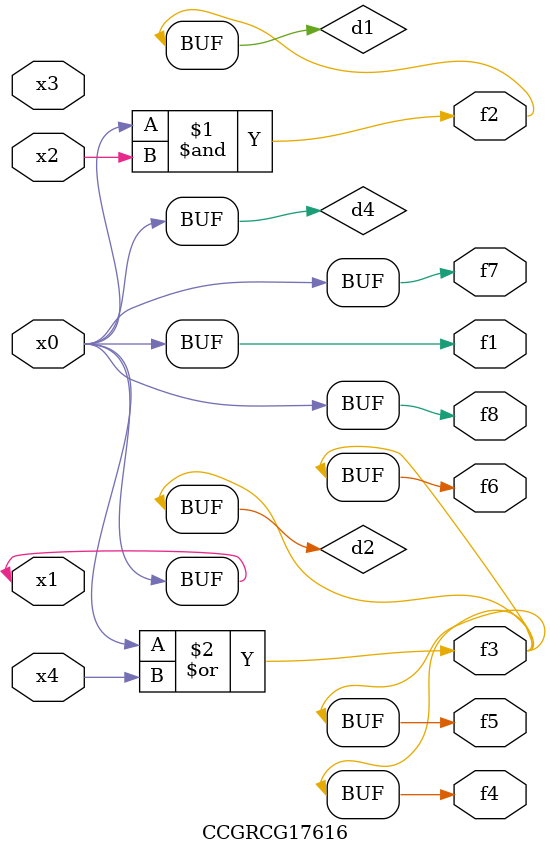
<source format=v>
module CCGRCG17616(
	input x0, x1, x2, x3, x4,
	output f1, f2, f3, f4, f5, f6, f7, f8
);

	wire d1, d2, d3, d4;

	and (d1, x0, x2);
	or (d2, x0, x4);
	nand (d3, x0, x2);
	buf (d4, x0, x1);
	assign f1 = d4;
	assign f2 = d1;
	assign f3 = d2;
	assign f4 = d2;
	assign f5 = d2;
	assign f6 = d2;
	assign f7 = d4;
	assign f8 = d4;
endmodule

</source>
